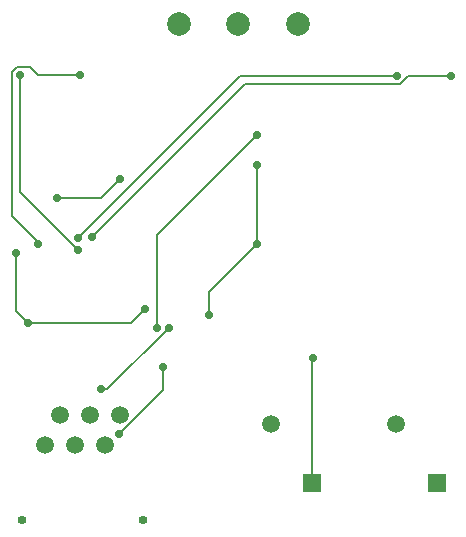
<source format=gbl>
%FSLAX44Y44*%
%MOMM*%
G71*
G01*
G75*
G04 Layer_Physical_Order=2*
G04 Layer_Color=16711680*
%ADD10R,1.5000X0.3000*%
%ADD11R,0.3000X1.5000*%
%ADD12O,0.3000X1.5000*%
%ADD13R,1.3000X0.7000*%
%ADD14R,0.9000X0.6000*%
%ADD15R,5.5000X2.0000*%
%ADD16R,2.0000X1.2000*%
%ADD17R,5.6000X5.6000*%
%ADD18R,0.6000X0.9000*%
%ADD19R,1.6800X1.5200*%
%ADD20C,0.2000*%
%ADD21C,2.0000*%
%ADD22O,0.7500X0.7000*%
%ADD23C,1.5000*%
%ADD24R,1.5000X1.5000*%
%ADD25C,0.7000*%
D20*
X60000Y302000D02*
X98000D01*
X114000Y318000D01*
X276500Y60000D02*
Y165500D01*
X29000Y307000D02*
Y406000D01*
Y307000D02*
X78000Y258000D01*
X44000Y406000D02*
X80000D01*
X37500Y412500D02*
X44000Y406000D01*
X26308Y412500D02*
X37500D01*
X22500Y408692D02*
X26308Y412500D01*
X22500Y286343D02*
Y408692D01*
Y286343D02*
X44000Y264843D01*
X215000Y405000D02*
X348000D01*
X78000Y268000D02*
X215000Y405000D01*
X357192D02*
X394000D01*
X350692Y398500D02*
X357192Y405000D01*
X219500Y398500D02*
X350692D01*
X90000Y269000D02*
X219500Y398500D01*
X230000Y263000D02*
Y330000D01*
X145000Y270000D02*
X230000Y355000D01*
X145000Y192000D02*
Y270000D01*
X189000Y203000D02*
Y222000D01*
X230000Y263000D01*
X26000Y206000D02*
Y255000D01*
Y206000D02*
X36000Y196000D01*
X98000Y140000D02*
X103000D01*
X155000Y192000D01*
X113000Y102000D02*
X150000Y139000D01*
Y159000D01*
X36000Y196000D02*
X123000D01*
X135000Y208000D01*
D21*
X214000Y449000D02*
D03*
X264000D02*
D03*
X164000D02*
D03*
D22*
X133000Y29000D02*
D03*
X31000D02*
D03*
D23*
X75500Y92500D02*
D03*
X50000D02*
D03*
X101250D02*
D03*
X114000Y118000D02*
D03*
X88500D02*
D03*
X62750D02*
D03*
X241500Y110000D02*
D03*
X347500D02*
D03*
D24*
X276500Y60000D02*
D03*
X382500D02*
D03*
D25*
X230000Y263000D02*
D03*
X114000Y318000D02*
D03*
X60000Y302000D02*
D03*
X277000Y166000D02*
D03*
X90000Y269000D02*
D03*
X78000Y268000D02*
D03*
X44000Y263000D02*
D03*
X78000Y258000D02*
D03*
X29000Y406000D02*
D03*
X80000D02*
D03*
X348000Y405000D02*
D03*
X394000D02*
D03*
X230000Y330000D02*
D03*
Y355000D02*
D03*
X145000Y192000D02*
D03*
X189000Y203000D02*
D03*
X36000Y196000D02*
D03*
X26000Y255000D02*
D03*
X150000Y159000D02*
D03*
X155000Y192000D02*
D03*
X98000Y140000D02*
D03*
X113000Y102000D02*
D03*
X135000Y208000D02*
D03*
M02*

</source>
